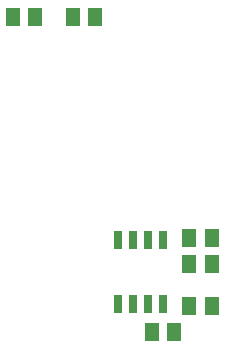
<source format=gbp>
G75*
%MOIN*%
%OFA0B0*%
%FSLAX25Y25*%
%IPPOS*%
%LPD*%
%AMOC8*
5,1,8,0,0,1.08239X$1,22.5*
%
%ADD10R,0.05118X0.05906*%
%ADD11R,0.02559X0.05906*%
D10*
X0095010Y0020000D03*
X0102490Y0020000D03*
X0107510Y0028750D03*
X0114990Y0028750D03*
X0114990Y0042500D03*
X0107510Y0042500D03*
X0107510Y0051250D03*
X0114990Y0051250D03*
X0076240Y0125000D03*
X0068760Y0125000D03*
X0056240Y0125000D03*
X0048760Y0125000D03*
D11*
X0083750Y0029370D03*
X0088750Y0029370D03*
X0093750Y0029370D03*
X0098750Y0029370D03*
X0098750Y0050630D03*
X0093750Y0050630D03*
X0088750Y0050630D03*
X0083750Y0050630D03*
M02*

</source>
